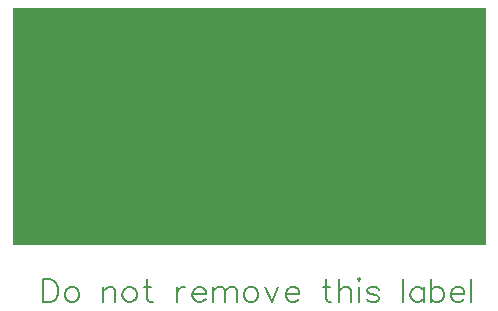
<source format=gto>
G04 Layer: TopSilkscreenLayer*
G04 EasyEDA v6.5.20, 2023-08-22 18:50:07*
G04 a67cddfb3fce44daa9051d46cbbcc19f,10*
G04 Gerber Generator version 0.2*
G04 Scale: 100 percent, Rotated: No, Reflected: No *
G04 Dimensions in millimeters *
G04 leading zeros omitted , absolute positions ,4 integer and 5 decimal *
%FSLAX45Y45*%
%MOMM*%

%ADD10C,0.2032*%

%LPD*%
D10*
X1749996Y455129D02*
G01*
X1749996Y261073D01*
X1749996Y455129D02*
G01*
X1814766Y455129D01*
X1842452Y445731D01*
X1860740Y427443D01*
X1870138Y408901D01*
X1879282Y381215D01*
X1879282Y334987D01*
X1870138Y307301D01*
X1860740Y288759D01*
X1842452Y270217D01*
X1814766Y261073D01*
X1749996Y261073D01*
X1986470Y390359D02*
G01*
X1967928Y381215D01*
X1949386Y362673D01*
X1940242Y334987D01*
X1940242Y316445D01*
X1949386Y288759D01*
X1967928Y270217D01*
X1986470Y261073D01*
X2014156Y261073D01*
X2032698Y270217D01*
X2050986Y288759D01*
X2060384Y316445D01*
X2060384Y334987D01*
X2050986Y362673D01*
X2032698Y381215D01*
X2014156Y390359D01*
X1986470Y390359D01*
X2263584Y390359D02*
G01*
X2263584Y261073D01*
X2263584Y353529D02*
G01*
X2291270Y381215D01*
X2309812Y390359D01*
X2337498Y390359D01*
X2355786Y381215D01*
X2365184Y353529D01*
X2365184Y261073D01*
X2472372Y390359D02*
G01*
X2453830Y381215D01*
X2435288Y362673D01*
X2426144Y334987D01*
X2426144Y316445D01*
X2435288Y288759D01*
X2453830Y270217D01*
X2472372Y261073D01*
X2500058Y261073D01*
X2518346Y270217D01*
X2536888Y288759D01*
X2546286Y316445D01*
X2546286Y334987D01*
X2536888Y362673D01*
X2518346Y381215D01*
X2500058Y390359D01*
X2472372Y390359D01*
X2634932Y455129D02*
G01*
X2634932Y297903D01*
X2644076Y270217D01*
X2662618Y261073D01*
X2680906Y261073D01*
X2607246Y390359D02*
G01*
X2671762Y390359D01*
X2884106Y390359D02*
G01*
X2884106Y261073D01*
X2884106Y334987D02*
G01*
X2893504Y362673D01*
X2912046Y381215D01*
X2930334Y390359D01*
X2958020Y390359D01*
X3018980Y334987D02*
G01*
X3129978Y334987D01*
X3129978Y353529D01*
X3120580Y371817D01*
X3111436Y381215D01*
X3092894Y390359D01*
X3065208Y390359D01*
X3046666Y381215D01*
X3028378Y362673D01*
X3018980Y334987D01*
X3018980Y316445D01*
X3028378Y288759D01*
X3046666Y270217D01*
X3065208Y261073D01*
X3092894Y261073D01*
X3111436Y270217D01*
X3129978Y288759D01*
X3190938Y390359D02*
G01*
X3190938Y261073D01*
X3190938Y353529D02*
G01*
X3218624Y381215D01*
X3237166Y390359D01*
X3264852Y390359D01*
X3283140Y381215D01*
X3292538Y353529D01*
X3292538Y261073D01*
X3292538Y353529D02*
G01*
X3320224Y381215D01*
X3338766Y390359D01*
X3366452Y390359D01*
X3384740Y381215D01*
X3394138Y353529D01*
X3394138Y261073D01*
X3501326Y390359D02*
G01*
X3482784Y381215D01*
X3464242Y362673D01*
X3455098Y334987D01*
X3455098Y316445D01*
X3464242Y288759D01*
X3482784Y270217D01*
X3501326Y261073D01*
X3529012Y261073D01*
X3547300Y270217D01*
X3565842Y288759D01*
X3574986Y316445D01*
X3574986Y334987D01*
X3565842Y362673D01*
X3547300Y381215D01*
X3529012Y390359D01*
X3501326Y390359D01*
X3635946Y390359D02*
G01*
X3691572Y261073D01*
X3746944Y390359D02*
G01*
X3691572Y261073D01*
X3807904Y334987D02*
G01*
X3918648Y334987D01*
X3918648Y353529D01*
X3909504Y371817D01*
X3900106Y381215D01*
X3881818Y390359D01*
X3854132Y390359D01*
X3835590Y381215D01*
X3817048Y362673D01*
X3807904Y334987D01*
X3807904Y316445D01*
X3817048Y288759D01*
X3835590Y270217D01*
X3854132Y261073D01*
X3881818Y261073D01*
X3900106Y270217D01*
X3918648Y288759D01*
X4149534Y455129D02*
G01*
X4149534Y297903D01*
X4158932Y270217D01*
X4177220Y261073D01*
X4195762Y261073D01*
X4121848Y390359D02*
G01*
X4186618Y390359D01*
X4256722Y455129D02*
G01*
X4256722Y261073D01*
X4256722Y353529D02*
G01*
X4284408Y381215D01*
X4302950Y390359D01*
X4330636Y390359D01*
X4349178Y381215D01*
X4358322Y353529D01*
X4358322Y261073D01*
X4419282Y455129D02*
G01*
X4428426Y445731D01*
X4437824Y455129D01*
X4428426Y464273D01*
X4419282Y455129D01*
X4428426Y390359D02*
G01*
X4428426Y261073D01*
X4600384Y362673D02*
G01*
X4590986Y381215D01*
X4563300Y390359D01*
X4535614Y390359D01*
X4507928Y381215D01*
X4498784Y362673D01*
X4507928Y344131D01*
X4526470Y334987D01*
X4572698Y325843D01*
X4590986Y316445D01*
X4600384Y297903D01*
X4600384Y288759D01*
X4590986Y270217D01*
X4563300Y261073D01*
X4535614Y261073D01*
X4507928Y270217D01*
X4498784Y288759D01*
X4803584Y455129D02*
G01*
X4803584Y261073D01*
X4975288Y390359D02*
G01*
X4975288Y261073D01*
X4975288Y362673D02*
G01*
X4956746Y381215D01*
X4938458Y390359D01*
X4910772Y390359D01*
X4892230Y381215D01*
X4873688Y362673D01*
X4864544Y334987D01*
X4864544Y316445D01*
X4873688Y288759D01*
X4892230Y270217D01*
X4910772Y261073D01*
X4938458Y261073D01*
X4956746Y270217D01*
X4975288Y288759D01*
X5036248Y455129D02*
G01*
X5036248Y261073D01*
X5036248Y362673D02*
G01*
X5054790Y381215D01*
X5073332Y390359D01*
X5101018Y390359D01*
X5119306Y381215D01*
X5137848Y362673D01*
X5147246Y334987D01*
X5147246Y316445D01*
X5137848Y288759D01*
X5119306Y270217D01*
X5101018Y261073D01*
X5073332Y261073D01*
X5054790Y270217D01*
X5036248Y288759D01*
X5208206Y334987D02*
G01*
X5318950Y334987D01*
X5318950Y353529D01*
X5309806Y371817D01*
X5300408Y381215D01*
X5281866Y390359D01*
X5254180Y390359D01*
X5235892Y381215D01*
X5217350Y362673D01*
X5208206Y334987D01*
X5208206Y316445D01*
X5217350Y288759D01*
X5235892Y270217D01*
X5254180Y261073D01*
X5281866Y261073D01*
X5300408Y270217D01*
X5318950Y288759D01*
X5379910Y455129D02*
G01*
X5379910Y261073D01*
G36*
X1499971Y2750007D02*
G01*
X1499971Y750011D01*
X5499963Y750011D01*
X5499963Y2750007D01*
G37*
M02*

</source>
